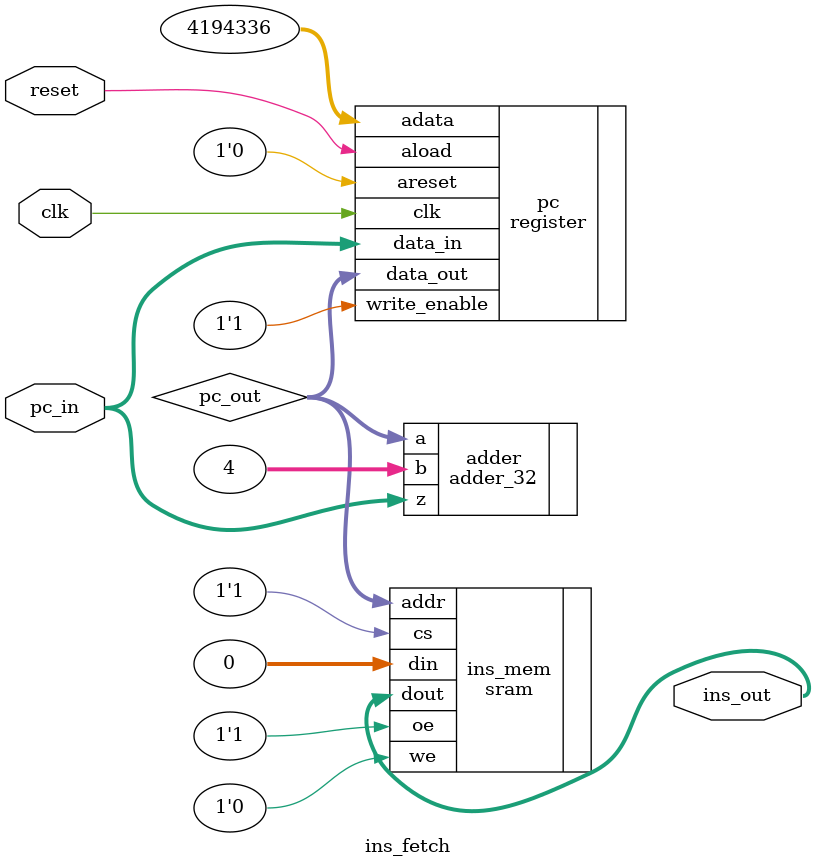
<source format=v>
`timescale 1ns/10ps


module ins_fetch(clk, reset, pc_in, ins_out); //input: pc counter value; output: instruction

    // define a clock here

    parameter pc_start = 32'h00400020; //this is what we are given, make param for flexibility
    input [31:0] pc_in;
    input clk, reset;
    output wire [31:0] ins_out;
    wire [31:0] pc_out; // need a wire for the pc result

    register pc( // add a register to be the pc.  Just hard-code most of these?
        .clk(clk), 
        .areset(1'b0), 
        .aload(reset), 
        .adata(pc_start), //reloads initial value when aload asserted
        .data_in(pc_in), 
        .write_enable(1'b1), // want to be able to write at end, always
        .data_out(pc_out) // wire in ins_fetch module
    );

    sram ins_mem( // the instruction mem will be sram, no clock.
            .cs(1'b1), 
            .oe(1'b1), 
            .we(1'b0), 
            .addr(pc_out), 
            .din(32'h00000000), 
            .dout(ins_out) 
    );

    adder_32 adder ( // this adder just increments the pc +4 every time
        .a(pc_out), 
        .b(32'h00000004), // constant
        .z(pc_in)
        );

endmodule //ins_fetch

</source>
